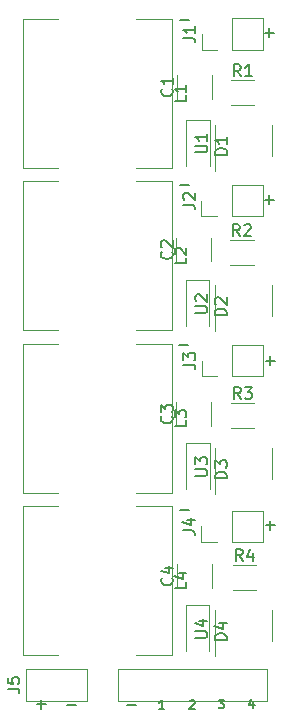
<source format=gbr>
%TF.GenerationSoftware,KiCad,Pcbnew,(5.1.6)-1*%
%TF.CreationDate,2020-08-20T15:31:08-07:00*%
%TF.ProjectId,RGBW Driver,52474257-2044-4726-9976-65722e6b6963,rev?*%
%TF.SameCoordinates,Original*%
%TF.FileFunction,Legend,Top*%
%TF.FilePolarity,Positive*%
%FSLAX46Y46*%
G04 Gerber Fmt 4.6, Leading zero omitted, Abs format (unit mm)*
G04 Created by KiCad (PCBNEW (5.1.6)-1) date 2020-08-20 15:31:08*
%MOMM*%
%LPD*%
G01*
G04 APERTURE LIST*
%ADD10C,0.150000*%
%ADD11C,0.120000*%
G04 APERTURE END LIST*
D10*
X80678067Y-79756308D02*
X81439972Y-79756308D01*
X85176407Y-63215828D02*
X85938312Y-63215828D01*
X85151007Y-49281388D02*
X85912912Y-49281388D01*
X85229747Y-35720328D02*
X85991652Y-35720328D01*
X85229747Y-21757948D02*
X85991652Y-21757948D01*
X92384927Y-22819668D02*
X93146832Y-22819668D01*
X92765880Y-23200620D02*
X92765880Y-22438716D01*
X92384927Y-36936988D02*
X93146832Y-36936988D01*
X92765880Y-37317940D02*
X92765880Y-36556036D01*
X92438267Y-50569168D02*
X93200172Y-50569168D01*
X92819220Y-50950120D02*
X92819220Y-50188216D01*
X92438267Y-64506148D02*
X93200172Y-64506148D01*
X92819220Y-64887100D02*
X92819220Y-64125196D01*
X91408233Y-79484080D02*
X91408233Y-79950746D01*
X91241566Y-79217413D02*
X91074900Y-79717413D01*
X91508233Y-79717413D01*
X88493946Y-79296466D02*
X88927280Y-79296466D01*
X88693946Y-79563133D01*
X88793946Y-79563133D01*
X88860613Y-79596466D01*
X88893946Y-79629800D01*
X88927280Y-79696466D01*
X88927280Y-79863133D01*
X88893946Y-79929800D01*
X88860613Y-79963133D01*
X88793946Y-79996466D01*
X88593946Y-79996466D01*
X88527280Y-79963133D01*
X88493946Y-79929800D01*
X86022840Y-79385993D02*
X86056173Y-79352660D01*
X86122840Y-79319326D01*
X86289506Y-79319326D01*
X86356173Y-79352660D01*
X86389506Y-79385993D01*
X86422840Y-79452660D01*
X86422840Y-79519326D01*
X86389506Y-79619326D01*
X85989506Y-80019326D01*
X86422840Y-80019326D01*
X83829500Y-80019326D02*
X83429500Y-80019326D01*
X83629500Y-80019326D02*
X83629500Y-79319326D01*
X83562833Y-79419326D01*
X83496166Y-79485993D01*
X83429500Y-79519326D01*
X75669187Y-79685188D02*
X76431092Y-79685188D01*
X73052987Y-79662328D02*
X73814892Y-79662328D01*
X73433940Y-80043280D02*
X73433940Y-79281376D01*
D11*
%TO.C,J5*%
X92587120Y-79343560D02*
X92587120Y-76683560D01*
X79977120Y-79343560D02*
X92587120Y-79343560D01*
X79977120Y-76683560D02*
X92587120Y-76683560D01*
X79977120Y-79348560D02*
X79977120Y-76688560D01*
X77302120Y-79343560D02*
X72147120Y-79343560D01*
X72147120Y-79343560D02*
X72147120Y-76713560D01*
X77302120Y-79348560D02*
X77302120Y-76688560D01*
X77302120Y-76713560D02*
X72147120Y-76713560D01*
%TO.C,C1*%
X84910000Y-26390000D02*
X84910000Y-28390000D01*
X87870000Y-28390000D02*
X87870000Y-26390000D01*
%TO.C,D1*%
X87730000Y-30150000D02*
X85730000Y-30150000D01*
X85730000Y-30150000D02*
X85730000Y-34050000D01*
X87730000Y-30150000D02*
X87730000Y-34050000D01*
%TO.C,J1*%
X92230000Y-24240000D02*
X92230000Y-21580000D01*
X89630000Y-24240000D02*
X92230000Y-24240000D01*
X89630000Y-21580000D02*
X92230000Y-21580000D01*
X89630000Y-24240000D02*
X89630000Y-21580000D01*
X88360000Y-24240000D02*
X87030000Y-24240000D01*
X87030000Y-24240000D02*
X87030000Y-22910000D01*
%TO.C,L1*%
X74880000Y-34240000D02*
X71880000Y-34240000D01*
X71880000Y-34240000D02*
X71880000Y-21640000D01*
X71880000Y-21640000D02*
X74880000Y-21640000D01*
X81480000Y-21640000D02*
X84480000Y-21640000D01*
X84480000Y-21640000D02*
X84480000Y-34240000D01*
X84480000Y-34240000D02*
X81480000Y-34240000D01*
%TO.C,R1*%
X91500000Y-28950000D02*
X89500000Y-28950000D01*
X89500000Y-26810000D02*
X91500000Y-26810000D01*
%TO.C,C2*%
X84890000Y-40170000D02*
X84890000Y-42170000D01*
X87850000Y-42170000D02*
X87850000Y-40170000D01*
%TO.C,C3*%
X84890000Y-54090000D02*
X84890000Y-56090000D01*
X87850000Y-56090000D02*
X87850000Y-54090000D01*
%TO.C,C4*%
X87870000Y-69790000D02*
X87870000Y-67790000D01*
X84910000Y-67790000D02*
X84910000Y-69790000D01*
%TO.C,D2*%
X87690000Y-43750000D02*
X85690000Y-43750000D01*
X85690000Y-43750000D02*
X85690000Y-47650000D01*
X87690000Y-43750000D02*
X87690000Y-47650000D01*
%TO.C,D3*%
X87710000Y-57550000D02*
X87710000Y-61450000D01*
X85710000Y-57550000D02*
X85710000Y-61450000D01*
X87710000Y-57550000D02*
X85710000Y-57550000D01*
%TO.C,D4*%
X87690000Y-71250000D02*
X85690000Y-71250000D01*
X85690000Y-71250000D02*
X85690000Y-75150000D01*
X87690000Y-71250000D02*
X87690000Y-75150000D01*
%TO.C,J2*%
X92210000Y-38350000D02*
X92210000Y-35690000D01*
X89610000Y-38350000D02*
X92210000Y-38350000D01*
X89610000Y-35690000D02*
X92210000Y-35690000D01*
X89610000Y-38350000D02*
X89610000Y-35690000D01*
X88340000Y-38350000D02*
X87010000Y-38350000D01*
X87010000Y-38350000D02*
X87010000Y-37020000D01*
%TO.C,J3*%
X92230000Y-51900000D02*
X92230000Y-49240000D01*
X89630000Y-51900000D02*
X92230000Y-51900000D01*
X89630000Y-49240000D02*
X92230000Y-49240000D01*
X89630000Y-51900000D02*
X89630000Y-49240000D01*
X88360000Y-51900000D02*
X87030000Y-51900000D01*
X87030000Y-51900000D02*
X87030000Y-50570000D01*
%TO.C,J4*%
X86990000Y-65920000D02*
X86990000Y-64590000D01*
X88320000Y-65920000D02*
X86990000Y-65920000D01*
X89590000Y-65920000D02*
X89590000Y-63260000D01*
X89590000Y-63260000D02*
X92190000Y-63260000D01*
X89590000Y-65920000D02*
X92190000Y-65920000D01*
X92190000Y-65920000D02*
X92190000Y-63260000D01*
%TO.C,L2*%
X84480000Y-47980000D02*
X81480000Y-47980000D01*
X84480000Y-35380000D02*
X84480000Y-47980000D01*
X81480000Y-35380000D02*
X84480000Y-35380000D01*
X71880000Y-35380000D02*
X74880000Y-35380000D01*
X71880000Y-47980000D02*
X71880000Y-35380000D01*
X74880000Y-47980000D02*
X71880000Y-47980000D01*
%TO.C,L3*%
X74880000Y-61730000D02*
X71880000Y-61730000D01*
X71880000Y-61730000D02*
X71880000Y-49130000D01*
X71880000Y-49130000D02*
X74880000Y-49130000D01*
X81480000Y-49130000D02*
X84480000Y-49130000D01*
X84480000Y-49130000D02*
X84480000Y-61730000D01*
X84480000Y-61730000D02*
X81480000Y-61730000D01*
%TO.C,L4*%
X74890000Y-75480000D02*
X71890000Y-75480000D01*
X71890000Y-75480000D02*
X71890000Y-62880000D01*
X71890000Y-62880000D02*
X74890000Y-62880000D01*
X81490000Y-62880000D02*
X84490000Y-62880000D01*
X84490000Y-62880000D02*
X84490000Y-75480000D01*
X84490000Y-75480000D02*
X81490000Y-75480000D01*
%TO.C,R2*%
X91420000Y-42490000D02*
X89420000Y-42490000D01*
X89420000Y-40350000D02*
X91420000Y-40350000D01*
%TO.C,R3*%
X89500000Y-54130000D02*
X91500000Y-54130000D01*
X91500000Y-56270000D02*
X89500000Y-56270000D01*
%TO.C,R4*%
X91660000Y-70000000D02*
X89660000Y-70000000D01*
X89660000Y-67860000D02*
X91660000Y-67860000D01*
%TO.C,U1*%
X88160000Y-34500000D02*
X88160000Y-30600000D01*
X92960000Y-30600000D02*
X92960000Y-33200000D01*
%TO.C,U2*%
X92960000Y-44190000D02*
X92960000Y-46790000D01*
X88160000Y-48090000D02*
X88160000Y-44190000D01*
%TO.C,U3*%
X92960000Y-57970000D02*
X92960000Y-60570000D01*
X88160000Y-61870000D02*
X88160000Y-57970000D01*
%TO.C,U4*%
X88160000Y-75610000D02*
X88160000Y-71710000D01*
X92960000Y-71710000D02*
X92960000Y-74310000D01*
%TO.C,J5*%
D10*
X70599500Y-78346893D02*
X71313786Y-78346893D01*
X71456643Y-78394512D01*
X71551881Y-78489750D01*
X71599500Y-78632607D01*
X71599500Y-78727845D01*
X70599500Y-77394512D02*
X70599500Y-77870702D01*
X71075691Y-77918321D01*
X71028072Y-77870702D01*
X70980453Y-77775464D01*
X70980453Y-77537369D01*
X71028072Y-77442131D01*
X71075691Y-77394512D01*
X71170929Y-77346893D01*
X71409024Y-77346893D01*
X71504262Y-77394512D01*
X71551881Y-77442131D01*
X71599500Y-77537369D01*
X71599500Y-77775464D01*
X71551881Y-77870702D01*
X71504262Y-77918321D01*
%TO.C,C1*%
X84497142Y-27556666D02*
X84544761Y-27604285D01*
X84592380Y-27747142D01*
X84592380Y-27842380D01*
X84544761Y-27985238D01*
X84449523Y-28080476D01*
X84354285Y-28128095D01*
X84163809Y-28175714D01*
X84020952Y-28175714D01*
X83830476Y-28128095D01*
X83735238Y-28080476D01*
X83640000Y-27985238D01*
X83592380Y-27842380D01*
X83592380Y-27747142D01*
X83640000Y-27604285D01*
X83687619Y-27556666D01*
X84592380Y-26604285D02*
X84592380Y-27175714D01*
X84592380Y-26890000D02*
X83592380Y-26890000D01*
X83735238Y-26985238D01*
X83830476Y-27080476D01*
X83878095Y-27175714D01*
%TO.C,D1*%
X89182380Y-33138095D02*
X88182380Y-33138095D01*
X88182380Y-32900000D01*
X88230000Y-32757142D01*
X88325238Y-32661904D01*
X88420476Y-32614285D01*
X88610952Y-32566666D01*
X88753809Y-32566666D01*
X88944285Y-32614285D01*
X89039523Y-32661904D01*
X89134761Y-32757142D01*
X89182380Y-32900000D01*
X89182380Y-33138095D01*
X89182380Y-31614285D02*
X89182380Y-32185714D01*
X89182380Y-31900000D02*
X88182380Y-31900000D01*
X88325238Y-31995238D01*
X88420476Y-32090476D01*
X88468095Y-32185714D01*
%TO.C,J1*%
X85482380Y-23243333D02*
X86196666Y-23243333D01*
X86339523Y-23290952D01*
X86434761Y-23386190D01*
X86482380Y-23529047D01*
X86482380Y-23624285D01*
X86482380Y-22243333D02*
X86482380Y-22814761D01*
X86482380Y-22529047D02*
X85482380Y-22529047D01*
X85625238Y-22624285D01*
X85720476Y-22719523D01*
X85768095Y-22814761D01*
%TO.C,L1*%
X85732380Y-28106666D02*
X85732380Y-28582857D01*
X84732380Y-28582857D01*
X85732380Y-27249523D02*
X85732380Y-27820952D01*
X85732380Y-27535238D02*
X84732380Y-27535238D01*
X84875238Y-27630476D01*
X84970476Y-27725714D01*
X85018095Y-27820952D01*
%TO.C,R1*%
X90333333Y-26482380D02*
X90000000Y-26006190D01*
X89761904Y-26482380D02*
X89761904Y-25482380D01*
X90142857Y-25482380D01*
X90238095Y-25530000D01*
X90285714Y-25577619D01*
X90333333Y-25672857D01*
X90333333Y-25815714D01*
X90285714Y-25910952D01*
X90238095Y-25958571D01*
X90142857Y-26006190D01*
X89761904Y-26006190D01*
X91285714Y-26482380D02*
X90714285Y-26482380D01*
X91000000Y-26482380D02*
X91000000Y-25482380D01*
X90904761Y-25625238D01*
X90809523Y-25720476D01*
X90714285Y-25768095D01*
%TO.C,C2*%
X84477142Y-41336666D02*
X84524761Y-41384285D01*
X84572380Y-41527142D01*
X84572380Y-41622380D01*
X84524761Y-41765238D01*
X84429523Y-41860476D01*
X84334285Y-41908095D01*
X84143809Y-41955714D01*
X84000952Y-41955714D01*
X83810476Y-41908095D01*
X83715238Y-41860476D01*
X83620000Y-41765238D01*
X83572380Y-41622380D01*
X83572380Y-41527142D01*
X83620000Y-41384285D01*
X83667619Y-41336666D01*
X83667619Y-40955714D02*
X83620000Y-40908095D01*
X83572380Y-40812857D01*
X83572380Y-40574761D01*
X83620000Y-40479523D01*
X83667619Y-40431904D01*
X83762857Y-40384285D01*
X83858095Y-40384285D01*
X84000952Y-40431904D01*
X84572380Y-41003333D01*
X84572380Y-40384285D01*
%TO.C,C3*%
X84477142Y-55256666D02*
X84524761Y-55304285D01*
X84572380Y-55447142D01*
X84572380Y-55542380D01*
X84524761Y-55685238D01*
X84429523Y-55780476D01*
X84334285Y-55828095D01*
X84143809Y-55875714D01*
X84000952Y-55875714D01*
X83810476Y-55828095D01*
X83715238Y-55780476D01*
X83620000Y-55685238D01*
X83572380Y-55542380D01*
X83572380Y-55447142D01*
X83620000Y-55304285D01*
X83667619Y-55256666D01*
X83572380Y-54923333D02*
X83572380Y-54304285D01*
X83953333Y-54637619D01*
X83953333Y-54494761D01*
X84000952Y-54399523D01*
X84048571Y-54351904D01*
X84143809Y-54304285D01*
X84381904Y-54304285D01*
X84477142Y-54351904D01*
X84524761Y-54399523D01*
X84572380Y-54494761D01*
X84572380Y-54780476D01*
X84524761Y-54875714D01*
X84477142Y-54923333D01*
%TO.C,C4*%
X84497142Y-68956666D02*
X84544761Y-69004285D01*
X84592380Y-69147142D01*
X84592380Y-69242380D01*
X84544761Y-69385238D01*
X84449523Y-69480476D01*
X84354285Y-69528095D01*
X84163809Y-69575714D01*
X84020952Y-69575714D01*
X83830476Y-69528095D01*
X83735238Y-69480476D01*
X83640000Y-69385238D01*
X83592380Y-69242380D01*
X83592380Y-69147142D01*
X83640000Y-69004285D01*
X83687619Y-68956666D01*
X83925714Y-68099523D02*
X84592380Y-68099523D01*
X83544761Y-68337619D02*
X84259047Y-68575714D01*
X84259047Y-67956666D01*
%TO.C,D2*%
X89142380Y-46738095D02*
X88142380Y-46738095D01*
X88142380Y-46500000D01*
X88190000Y-46357142D01*
X88285238Y-46261904D01*
X88380476Y-46214285D01*
X88570952Y-46166666D01*
X88713809Y-46166666D01*
X88904285Y-46214285D01*
X88999523Y-46261904D01*
X89094761Y-46357142D01*
X89142380Y-46500000D01*
X89142380Y-46738095D01*
X88237619Y-45785714D02*
X88190000Y-45738095D01*
X88142380Y-45642857D01*
X88142380Y-45404761D01*
X88190000Y-45309523D01*
X88237619Y-45261904D01*
X88332857Y-45214285D01*
X88428095Y-45214285D01*
X88570952Y-45261904D01*
X89142380Y-45833333D01*
X89142380Y-45214285D01*
%TO.C,D3*%
X89162380Y-60538095D02*
X88162380Y-60538095D01*
X88162380Y-60300000D01*
X88210000Y-60157142D01*
X88305238Y-60061904D01*
X88400476Y-60014285D01*
X88590952Y-59966666D01*
X88733809Y-59966666D01*
X88924285Y-60014285D01*
X89019523Y-60061904D01*
X89114761Y-60157142D01*
X89162380Y-60300000D01*
X89162380Y-60538095D01*
X88162380Y-59633333D02*
X88162380Y-59014285D01*
X88543333Y-59347619D01*
X88543333Y-59204761D01*
X88590952Y-59109523D01*
X88638571Y-59061904D01*
X88733809Y-59014285D01*
X88971904Y-59014285D01*
X89067142Y-59061904D01*
X89114761Y-59109523D01*
X89162380Y-59204761D01*
X89162380Y-59490476D01*
X89114761Y-59585714D01*
X89067142Y-59633333D01*
%TO.C,D4*%
X89142380Y-74238095D02*
X88142380Y-74238095D01*
X88142380Y-74000000D01*
X88190000Y-73857142D01*
X88285238Y-73761904D01*
X88380476Y-73714285D01*
X88570952Y-73666666D01*
X88713809Y-73666666D01*
X88904285Y-73714285D01*
X88999523Y-73761904D01*
X89094761Y-73857142D01*
X89142380Y-74000000D01*
X89142380Y-74238095D01*
X88475714Y-72809523D02*
X89142380Y-72809523D01*
X88094761Y-73047619D02*
X88809047Y-73285714D01*
X88809047Y-72666666D01*
%TO.C,J2*%
X85462380Y-37353333D02*
X86176666Y-37353333D01*
X86319523Y-37400952D01*
X86414761Y-37496190D01*
X86462380Y-37639047D01*
X86462380Y-37734285D01*
X85557619Y-36924761D02*
X85510000Y-36877142D01*
X85462380Y-36781904D01*
X85462380Y-36543809D01*
X85510000Y-36448571D01*
X85557619Y-36400952D01*
X85652857Y-36353333D01*
X85748095Y-36353333D01*
X85890952Y-36400952D01*
X86462380Y-36972380D01*
X86462380Y-36353333D01*
%TO.C,J3*%
X85482380Y-50903333D02*
X86196666Y-50903333D01*
X86339523Y-50950952D01*
X86434761Y-51046190D01*
X86482380Y-51189047D01*
X86482380Y-51284285D01*
X85482380Y-50522380D02*
X85482380Y-49903333D01*
X85863333Y-50236666D01*
X85863333Y-50093809D01*
X85910952Y-49998571D01*
X85958571Y-49950952D01*
X86053809Y-49903333D01*
X86291904Y-49903333D01*
X86387142Y-49950952D01*
X86434761Y-49998571D01*
X86482380Y-50093809D01*
X86482380Y-50379523D01*
X86434761Y-50474761D01*
X86387142Y-50522380D01*
%TO.C,J4*%
X85442380Y-64923333D02*
X86156666Y-64923333D01*
X86299523Y-64970952D01*
X86394761Y-65066190D01*
X86442380Y-65209047D01*
X86442380Y-65304285D01*
X85775714Y-64018571D02*
X86442380Y-64018571D01*
X85394761Y-64256666D02*
X86109047Y-64494761D01*
X86109047Y-63875714D01*
%TO.C,L2*%
X85732380Y-41846666D02*
X85732380Y-42322857D01*
X84732380Y-42322857D01*
X84827619Y-41560952D02*
X84780000Y-41513333D01*
X84732380Y-41418095D01*
X84732380Y-41180000D01*
X84780000Y-41084761D01*
X84827619Y-41037142D01*
X84922857Y-40989523D01*
X85018095Y-40989523D01*
X85160952Y-41037142D01*
X85732380Y-41608571D01*
X85732380Y-40989523D01*
%TO.C,L3*%
X85732380Y-55596666D02*
X85732380Y-56072857D01*
X84732380Y-56072857D01*
X84732380Y-55358571D02*
X84732380Y-54739523D01*
X85113333Y-55072857D01*
X85113333Y-54930000D01*
X85160952Y-54834761D01*
X85208571Y-54787142D01*
X85303809Y-54739523D01*
X85541904Y-54739523D01*
X85637142Y-54787142D01*
X85684761Y-54834761D01*
X85732380Y-54930000D01*
X85732380Y-55215714D01*
X85684761Y-55310952D01*
X85637142Y-55358571D01*
%TO.C,L4*%
X85742380Y-69346666D02*
X85742380Y-69822857D01*
X84742380Y-69822857D01*
X85075714Y-68584761D02*
X85742380Y-68584761D01*
X84694761Y-68822857D02*
X85409047Y-69060952D01*
X85409047Y-68441904D01*
%TO.C,R2*%
X90253333Y-40022380D02*
X89920000Y-39546190D01*
X89681904Y-40022380D02*
X89681904Y-39022380D01*
X90062857Y-39022380D01*
X90158095Y-39070000D01*
X90205714Y-39117619D01*
X90253333Y-39212857D01*
X90253333Y-39355714D01*
X90205714Y-39450952D01*
X90158095Y-39498571D01*
X90062857Y-39546190D01*
X89681904Y-39546190D01*
X90634285Y-39117619D02*
X90681904Y-39070000D01*
X90777142Y-39022380D01*
X91015238Y-39022380D01*
X91110476Y-39070000D01*
X91158095Y-39117619D01*
X91205714Y-39212857D01*
X91205714Y-39308095D01*
X91158095Y-39450952D01*
X90586666Y-40022380D01*
X91205714Y-40022380D01*
%TO.C,R3*%
X90333333Y-53802380D02*
X90000000Y-53326190D01*
X89761904Y-53802380D02*
X89761904Y-52802380D01*
X90142857Y-52802380D01*
X90238095Y-52850000D01*
X90285714Y-52897619D01*
X90333333Y-52992857D01*
X90333333Y-53135714D01*
X90285714Y-53230952D01*
X90238095Y-53278571D01*
X90142857Y-53326190D01*
X89761904Y-53326190D01*
X90666666Y-52802380D02*
X91285714Y-52802380D01*
X90952380Y-53183333D01*
X91095238Y-53183333D01*
X91190476Y-53230952D01*
X91238095Y-53278571D01*
X91285714Y-53373809D01*
X91285714Y-53611904D01*
X91238095Y-53707142D01*
X91190476Y-53754761D01*
X91095238Y-53802380D01*
X90809523Y-53802380D01*
X90714285Y-53754761D01*
X90666666Y-53707142D01*
%TO.C,R4*%
X90493333Y-67532380D02*
X90160000Y-67056190D01*
X89921904Y-67532380D02*
X89921904Y-66532380D01*
X90302857Y-66532380D01*
X90398095Y-66580000D01*
X90445714Y-66627619D01*
X90493333Y-66722857D01*
X90493333Y-66865714D01*
X90445714Y-66960952D01*
X90398095Y-67008571D01*
X90302857Y-67056190D01*
X89921904Y-67056190D01*
X91350476Y-66865714D02*
X91350476Y-67532380D01*
X91112380Y-66484761D02*
X90874285Y-67199047D01*
X91493333Y-67199047D01*
%TO.C,U1*%
X86487380Y-32936904D02*
X87296904Y-32936904D01*
X87392142Y-32889285D01*
X87439761Y-32841666D01*
X87487380Y-32746428D01*
X87487380Y-32555952D01*
X87439761Y-32460714D01*
X87392142Y-32413095D01*
X87296904Y-32365476D01*
X86487380Y-32365476D01*
X87487380Y-31365476D02*
X87487380Y-31936904D01*
X87487380Y-31651190D02*
X86487380Y-31651190D01*
X86630238Y-31746428D01*
X86725476Y-31841666D01*
X86773095Y-31936904D01*
%TO.C,U2*%
X86487380Y-46526904D02*
X87296904Y-46526904D01*
X87392142Y-46479285D01*
X87439761Y-46431666D01*
X87487380Y-46336428D01*
X87487380Y-46145952D01*
X87439761Y-46050714D01*
X87392142Y-46003095D01*
X87296904Y-45955476D01*
X86487380Y-45955476D01*
X86582619Y-45526904D02*
X86535000Y-45479285D01*
X86487380Y-45384047D01*
X86487380Y-45145952D01*
X86535000Y-45050714D01*
X86582619Y-45003095D01*
X86677857Y-44955476D01*
X86773095Y-44955476D01*
X86915952Y-45003095D01*
X87487380Y-45574523D01*
X87487380Y-44955476D01*
%TO.C,U3*%
X86487380Y-60306904D02*
X87296904Y-60306904D01*
X87392142Y-60259285D01*
X87439761Y-60211666D01*
X87487380Y-60116428D01*
X87487380Y-59925952D01*
X87439761Y-59830714D01*
X87392142Y-59783095D01*
X87296904Y-59735476D01*
X86487380Y-59735476D01*
X86487380Y-59354523D02*
X86487380Y-58735476D01*
X86868333Y-59068809D01*
X86868333Y-58925952D01*
X86915952Y-58830714D01*
X86963571Y-58783095D01*
X87058809Y-58735476D01*
X87296904Y-58735476D01*
X87392142Y-58783095D01*
X87439761Y-58830714D01*
X87487380Y-58925952D01*
X87487380Y-59211666D01*
X87439761Y-59306904D01*
X87392142Y-59354523D01*
%TO.C,U4*%
X86487380Y-74046904D02*
X87296904Y-74046904D01*
X87392142Y-73999285D01*
X87439761Y-73951666D01*
X87487380Y-73856428D01*
X87487380Y-73665952D01*
X87439761Y-73570714D01*
X87392142Y-73523095D01*
X87296904Y-73475476D01*
X86487380Y-73475476D01*
X86820714Y-72570714D02*
X87487380Y-72570714D01*
X86439761Y-72808809D02*
X87154047Y-73046904D01*
X87154047Y-72427857D01*
%TD*%
M02*

</source>
